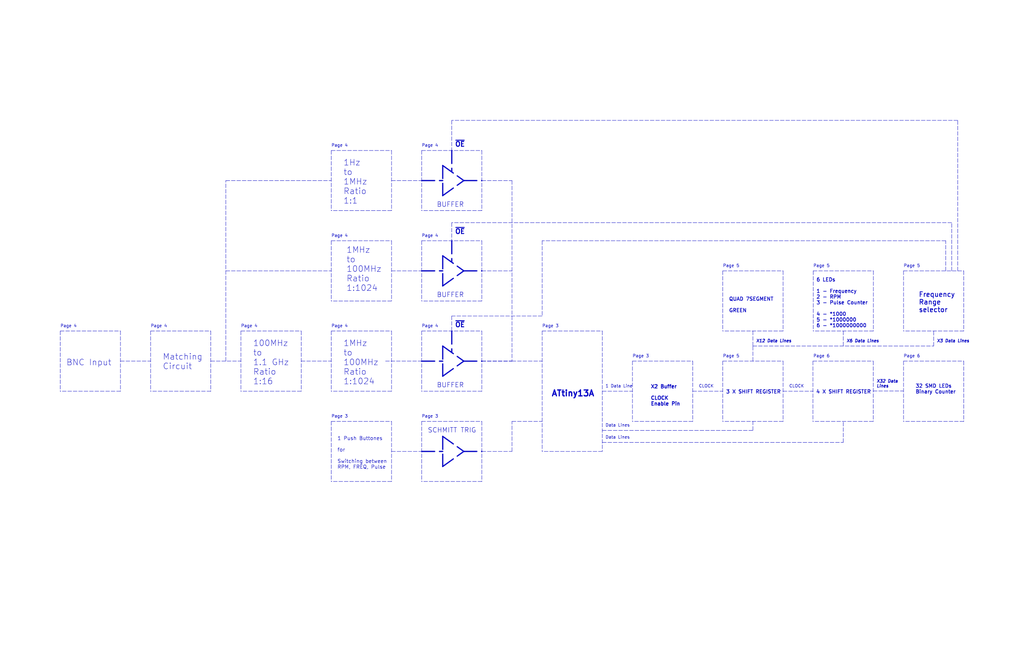
<source format=kicad_sch>
(kicad_sch (version 20211123) (generator eeschema)
  (paper "B")
  (lib_symbols)
  (polyline (pts (xy 186.69 107.95) (xy 195.58 114.3)) (stroke (width 0.5)))
  (polyline (pts (xy 88.9 139.7) (xy 88.9 165.1)))
  (polyline (pts (xy 203.2 177.8) (xy 203.2 203.2)))
  (polyline (pts (xy 190.5 93.98) (xy 190.5 101.6)))
  (polyline (pts (xy 139.7 139.7) (xy 165.1 139.7)))
  (polyline (pts (xy 215.9 152.4) (xy 228.6 152.4)))
  (polyline (pts (xy 177.8 139.7) (xy 177.8 165.1)))
  (polyline (pts (xy 381 114.3) (xy 381 139.7)))
  (polyline (pts (xy 162.56 152.4) (xy 177.8 152.4)))
  (polyline (pts (xy 165.1 101.6) (xy 165.1 127)))
  (polyline (pts (xy 401.32 114.3) (xy 401.32 93.98)))
  (polyline (pts (xy 304.8 152.4) (xy 304.8 177.8)))
  (polyline (pts (xy 139.7 177.8) (xy 139.7 203.2)))
  (polyline (pts (xy 139.7 101.6) (xy 165.1 101.6)))
  (polyline (pts (xy 355.6 186.69) (xy 355.6 177.8)))
  (polyline (pts (xy 186.69 69.85) (xy 195.58 76.2)) (stroke (width 0.5)))
  (polyline (pts (xy 139.7 63.5) (xy 165.1 63.5)))
  (polyline (pts (xy 63.5 139.7) (xy 88.9 139.7)))
  (polyline (pts (xy 317.5 152.4) (xy 317.5 146.05)))
  (polyline (pts (xy 165.1 177.8) (xy 165.1 203.2)))
  (polyline (pts (xy 186.69 196.85) (xy 195.58 190.5)) (stroke (width 0.5)))
  (polyline (pts (xy 304.8 114.3) (xy 330.2 114.3)))
  (polyline (pts (xy 186.69 184.15) (xy 186.69 196.85)) (stroke (width 0.5)))
  (polyline (pts (xy 177.8 63.5) (xy 177.8 88.9)))
  (polyline (pts (xy 215.9 76.2) (xy 215.9 152.4)))
  (polyline (pts (xy 292.1 177.8) (xy 266.7 177.8)))
  (polyline (pts (xy 186.69 107.95) (xy 186.69 120.65)) (stroke (width 0.5)))
  (polyline (pts (xy 165.1 88.9) (xy 139.7 88.9)))
  (polyline (pts (xy 203.2 152.4) (xy 215.9 152.4)))
  (polyline (pts (xy 177.8 177.8) (xy 177.8 203.2)))
  (polyline (pts (xy 330.2 114.3) (xy 330.2 139.7)))
  (polyline (pts (xy 195.58 190.5) (xy 203.2 190.5)) (stroke (width 0.5)))
  (polyline (pts (xy 368.207 165.0249) (xy 380.907 165.0249)))
  (polyline (pts (xy 165.1 190.5) (xy 177.8 190.5)))
  (polyline (pts (xy 95.25 152.4) (xy 95.25 76.2)))
  (polyline (pts (xy 190.5 133.35) (xy 190.5 139.7)))
  (polyline (pts (xy 381 114.3) (xy 406.4 114.3)))
  (polyline (pts (xy 165.1 203.2) (xy 139.7 203.2)))
  (polyline (pts (xy 304.8 152.4) (xy 330.2 152.4)))
  (polyline (pts (xy 215.9 177.8) (xy 228.6 177.8)))
  (polyline (pts (xy 292.1 165.1) (xy 304.8 165.1)))
  (polyline (pts (xy 190.5 101.6) (xy 190.5 110.49)) (stroke (width 0.5)))
  (polyline (pts (xy 195.58 76.2) (xy 203.2 76.2)) (stroke (width 0.5)))
  (polyline (pts (xy 398.78 114.3) (xy 398.78 101.6)))
  (polyline (pts (xy 25.4 139.7) (xy 25.4 165.1)))
  (polyline (pts (xy 203.2 114.3) (xy 215.9 114.3)))
  (polyline (pts (xy 254 165.1) (xy 266.7 165.1)))
  (polyline (pts (xy 266.7 152.4) (xy 266.7 177.8)))
  (polyline (pts (xy 165.1 139.7) (xy 165.1 165.1)))
  (polyline (pts (xy 292.1 152.4) (xy 292.1 177.8)))
  (polyline (pts (xy 203.2 203.2) (xy 177.8 203.2)))
  (polyline (pts (xy 177.8 76.2) (xy 186.69 76.2)) (stroke (width 0.5)))
  (polyline (pts (xy 330.2 139.7) (xy 304.8 139.7)))
  (polyline (pts (xy 203.2 76.2) (xy 215.9 76.2)))
  (polyline (pts (xy 304.8 114.3) (xy 304.8 139.7)))
  (polyline (pts (xy 165.1 63.5) (xy 165.1 88.9)))
  (polyline (pts (xy 139.7 101.6) (xy 139.7 127)))
  (polyline (pts (xy 177.8 101.6) (xy 177.8 127)))
  (polyline (pts (xy 177.8 63.5) (xy 203.2 63.5)))
  (polyline (pts (xy 95.25 114.3) (xy 139.7 114.3)))
  (polyline (pts (xy 401.32 93.98) (xy 190.5 93.98)))
  (polyline (pts (xy 330.2 165.1) (xy 342.9 165.1)))
  (polyline (pts (xy 127 139.7) (xy 127 165.1)))
  (polyline (pts (xy 50.8 139.7) (xy 50.8 165.1)))
  (polyline (pts (xy 127 152.4) (xy 139.7 152.4)))
  (polyline (pts (xy 195.58 152.4) (xy 203.2 152.4)) (stroke (width 0.5)))
  (polyline (pts (xy 203.2 190.5) (xy 215.9 190.5)))
  (polyline (pts (xy 368.207 177.8) (xy 342.807 177.8)))
  (polyline (pts (xy 50.8 165.1) (xy 25.4 165.1)))
  (polyline (pts (xy 177.8 114.3) (xy 186.69 114.3)) (stroke (width 0.5)))
  (polyline (pts (xy 50.8 152.4) (xy 63.5 152.4)))
  (polyline (pts (xy 406.4 139.7) (xy 381 139.7)))
  (polyline (pts (xy 95.25 76.2) (xy 139.7 76.2)))
  (polyline (pts (xy 406.4 152.4) (xy 406.4 177.8)))
  (polyline (pts (xy 177.8 152.4) (xy 186.69 152.4)) (stroke (width 0.5)))
  (polyline (pts (xy 190.5 50.8) (xy 190.5 63.5)))
  (polyline (pts (xy 63.5 139.7) (xy 63.5 165.1)))
  (polyline (pts (xy 88.9 165.1) (xy 63.5 165.1)))
  (polyline (pts (xy 203.2 127) (xy 177.8 127)))
  (polyline (pts (xy 195.58 114.3) (xy 203.2 114.3)) (stroke (width 0.5)))
  (polyline (pts (xy 203.2 139.7) (xy 203.2 165.1)))
  (polyline (pts (xy 228.6 101.6) (xy 228.6 133.35)))
  (polyline (pts (xy 203.2 101.6) (xy 203.2 127)))
  (polyline (pts (xy 317.5 146.05) (xy 393.7 146.05)))
  (polyline (pts (xy 177.8 101.6) (xy 203.2 101.6)))
  (polyline (pts (xy 254 190.5) (xy 228.6 190.5)))
  (polyline (pts (xy 266.7 152.4) (xy 292.1 152.4)))
  (polyline (pts (xy 330.2 152.4) (xy 330.2 177.8)))
  (polyline (pts (xy 342.9 114.3) (xy 368.3 114.3)))
  (polyline (pts (xy 381 152.4) (xy 406.4 152.4)))
  (polyline (pts (xy 403.86 114.3) (xy 403.86 50.8)))
  (polyline (pts (xy 203.2 88.9) (xy 177.8 88.9)))
  (polyline (pts (xy 165.1 127) (xy 139.7 127)))
  (polyline (pts (xy 25.4 139.7) (xy 50.8 139.7)))
  (polyline (pts (xy 186.69 158.75) (xy 195.58 152.4)) (stroke (width 0.5)))
  (polyline (pts (xy 228.6 139.7) (xy 254 139.7)))
  (polyline (pts (xy 203.2 152.4) (xy 215.9 152.4)))
  (polyline (pts (xy 101.6 139.7) (xy 127 139.7)))
  (polyline (pts (xy 406.4 114.3) (xy 406.4 139.7)))
  (polyline (pts (xy 368.3 139.7) (xy 342.9 139.7)))
  (polyline (pts (xy 139.7 177.8) (xy 165.1 177.8)))
  (polyline (pts (xy 139.7 139.7) (xy 139.7 165.1)))
  (polyline (pts (xy 186.69 146.05) (xy 186.69 158.75)) (stroke (width 0.5)))
  (polyline (pts (xy 177.8 139.7) (xy 203.2 139.7)))
  (polyline (pts (xy 139.7 63.5) (xy 139.7 88.9)))
  (polyline (pts (xy 381 152.4) (xy 381 177.8)))
  (polyline (pts (xy 317.5 139.7) (xy 317.5 146.05)))
  (polyline (pts (xy 330.2 177.8) (xy 304.8 177.8)))
  (polyline (pts (xy 342.807 152.4) (xy 342.807 177.8)))
  (polyline (pts (xy 317.5 181.61) (xy 317.5 177.8)))
  (polyline (pts (xy 406.4 177.8) (xy 381 177.8)))
  (polyline (pts (xy 254 181.61) (xy 317.5 181.61)))
  (polyline (pts (xy 203.2 165.1) (xy 177.8 165.1)))
  (polyline (pts (xy 186.69 82.55) (xy 195.58 76.2)) (stroke (width 0.5)))
  (polyline (pts (xy 186.69 120.65) (xy 195.58 114.3)) (stroke (width 0.5)))
  (polyline (pts (xy 228.6 139.7) (xy 228.6 190.5)))
  (polyline (pts (xy 127 165.1) (xy 101.6 165.1)))
  (polyline (pts (xy 393.7 146.05) (xy 393.7 139.7)))
  (polyline (pts (xy 203.2 63.5) (xy 203.2 88.9)))
  (polyline (pts (xy 177.8 177.8) (xy 203.2 177.8)))
  (polyline (pts (xy 190.5 63.5) (xy 190.5 72.39)) (stroke (width 0.5)))
  (polyline (pts (xy 342.9 114.3) (xy 342.9 139.7)))
  (polyline (pts (xy 355.6 139.7) (xy 355.6 146.05)))
  (polyline (pts (xy 186.69 184.15) (xy 195.58 190.5)) (stroke (width 0.5)))
  (polyline (pts (xy 101.6 139.7) (xy 101.6 165.1)))
  (polyline (pts (xy 254 139.7) (xy 254 190.5)))
  (polyline (pts (xy 186.69 69.85) (xy 186.69 82.55)) (stroke (width 0.5)))
  (polyline (pts (xy 342.807 152.4) (xy 368.207 152.4)))
  (polyline (pts (xy 190.5 139.7) (xy 190.5 148.59)) (stroke (width 0.5)))
  (polyline (pts (xy 165.1 114.3) (xy 177.8 114.3)))
  (polyline (pts (xy 186.69 146.05) (xy 195.58 152.4)) (stroke (width 0.5)))
  (polyline (pts (xy 228.6 133.35) (xy 190.5 133.35)))
  (polyline (pts (xy 368.207 152.4) (xy 368.207 177.8)))
  (polyline (pts (xy 88.9 152.4) (xy 101.6 152.4)))
  (polyline (pts (xy 254 186.69) (xy 355.6 186.69)))
  (polyline (pts (xy 165.1 165.1) (xy 139.7 165.1)))
  (polyline (pts (xy 215.9 190.5) (xy 215.9 177.8)))
  (polyline (pts (xy 398.78 101.6) (xy 228.6 101.6)))
  (polyline (pts (xy 403.86 50.8) (xy 190.5 50.8)))
  (polyline (pts (xy 368.3 114.3) (xy 368.3 139.7)))
  (polyline (pts (xy 165.1 76.2) (xy 177.8 76.2)))
  (polyline (pts (xy 177.8 190.5) (xy 186.69 190.5)) (stroke (width 0.5)))
  (text "QUAD 7SEGMENT\n\nGREEN\n" (at 307.34 132.08 0) (effects (font (size 1.5 1.5) (thickness 0.254) bold) (justify left bottom)))
  (text "Data Lines" (at 255.27 180.34 0) (effects (font (size 1.27 1.27)) (justify left bottom)))
  (text "Page 3" (at 177.8 176.53 0) (effects (font (size 1.27 1.27)) (justify left bottom)))
  (text "Frequency \nRange \nselector" (at 387.35 132.08 0) (effects (font (size 2 2) (thickness 0.3) bold) (justify left bottom)))
  (text "Page 5" (at 342.9 113.03 0) (effects (font (size 1.27 1.27)) (justify left bottom)))
  (text "X32 Data\nLines" (at 369.57 163.83 0) (effects (font (size 1.27 1.27) (thickness 0.254) bold italic) (justify left bottom)))
  (text "X12 Data Lines" (at 318.77 144.78 0) (effects (font (size 1.27 1.27) (thickness 0.254) bold italic) (justify left bottom)))
  (text "6 LEDs\n\n1 - Frequency\n2 - RPM\n3 - Pulse Counter\n\n4 - *1000\n5 - *1000000\n6 - *1000000000" (at 344.17 138.43 0) (effects (font (size 1.5 1.5) (thickness 0.254) bold) (justify left bottom)))
  (text "Page 5" (at 304.8 113.03 0) (effects (font (size 1.27 1.27)) (justify left bottom)))
  (text "Page 3" (at 266.7 151.13 0) (effects (font (size 1.27 1.27)) (justify left bottom)))
  (text "3 X SHIFT REGISTER" (at 306.07 166.37 0) (effects (font (size 1.5 1.5) (thickness 0.254) bold) (justify left bottom)))
  (text "1Hz\nto\n1MHz\nRatio\n1:1" (at 144.78 86.36 0) (effects (font (size 2.5 2.5)) (justify left bottom)))
  (text "X6 Data Lines" (at 356.87 144.78 0) (effects (font (size 1.27 1.27) (thickness 0.254) bold italic) (justify left bottom)))
  (text "Page 4" (at 139.7 138.43 0) (effects (font (size 1.27 1.27)) (justify left bottom)))
  (text "4 X SHIFT REGISTER" (at 344.077 166.37 0) (effects (font (size 1.5 1.5) (thickness 0.254) bold) (justify left bottom)))
  (text "32 SMD LEDs\nBinary Counter" (at 385.987 166.37 0) (effects (font (size 1.5 1.5) (thickness 0.254) bold) (justify left bottom)))
  (text "100MHz\nto\n1.1 GHz \nRatio\n1:16" (at 106.68 162.56 0) (effects (font (size 2.5 2.5)) (justify left bottom)))
  (text "Page 5" (at 381 113.03 0) (effects (font (size 1.27 1.27)) (justify left bottom)))
  (text "Page 3" (at 139.7 176.53 0) (effects (font (size 1.27 1.27)) (justify left bottom)))
  (text "X3 Data Lines" (at 394.97 144.78 0) (effects (font (size 1.27 1.27) (thickness 0.254) bold italic) (justify left bottom)))
  (text "BNC Input" (at 27.94 154.5932 0) (effects (font (size 2.5 2.5)) (justify left bottom)))
  (text "Page 4" (at 63.5 138.43 0) (effects (font (size 1.27 1.27)) (justify left bottom)))
  (text "BUFFER" (at 184.15 87.63 0) (effects (font (size 2 2)) (justify left bottom)))
  (text "Matching\nCircuit" (at 68.58 156.21 0) (effects (font (size 2.5 2.5)) (justify left bottom)))
  (text "Page 4" (at 177.8 138.43 0) (effects (font (size 1.27 1.27)) (justify left bottom)))
  (text "Page 4" (at 25.4 138.43 0) (effects (font (size 1.27 1.27)) (justify left bottom)))
  (text "Page 4" (at 139.7 100.33 0) (effects (font (size 1.27 1.27)) (justify left bottom)))
  (text "1MHz\nto\n100MHz\nRatio\n1:1024" (at 146.05 123.19 0) (effects (font (size 2.5 2.5)) (justify left bottom)))
  (text "Page 4" (at 101.6 138.43 0) (effects (font (size 1.27 1.27)) (justify left bottom)))
  (text "Page 4" (at 177.8 100.33 0) (effects (font (size 1.27 1.27)) (justify left bottom)))
  (text "~{OE}" (at 191.77 99.06 0) (effects (font (size 2 2) bold) (justify left bottom)))
  (text "SCHMITT TRIG\n" (at 180.34 182.88 0) (effects (font (size 2 2)) (justify left bottom)))
  (text "BUFFER" (at 184.15 163.83 0) (effects (font (size 2 2)) (justify left bottom)))
  (text "1 Data Line" (at 255.27 163.83 0) (effects (font (size 1.27 1.27)) (justify left bottom)))
  (text "Page 3" (at 228.6 138.43 0) (effects (font (size 1.27 1.27)) (justify left bottom)))
  (text "CLOCK" (at 294.64 163.83 0) (effects (font (size 1.27 1.27)) (justify left bottom)))
  (text "1MHz\nto\n100MHz\nRatio\n1:1024" (at 144.78 162.56 0) (effects (font (size 2.5 2.5)) (justify left bottom)))
  (text "1 Push Buttones\n\nfor\n\nSwitching between \nRPM, FREQ, Pulse" (at 142.24 198.12 0) (effects (font (size 1.5 1.5)) (justify left bottom)))
  (text "ATtiny13A" (at 232.41 167.64 0) (effects (font (size 2.5 2.5) bold) (justify left bottom)))
  (text "X2 Buffer\n\nCLOCK\nEnable Pin" (at 274.32 171.45 0) (effects (font (size 1.5 1.5) (thickness 0.3) bold) (justify left bottom)))
  (text "Page 5" (at 304.8 151.13 0) (effects (font (size 1.27 1.27)) (justify left bottom)))
  (text "Page 4" (at 139.7 62.23 0) (effects (font (size 1.27 1.27)) (justify left bottom)))
  (text "BUFFER" (at 184.15 125.73 0) (effects (font (size 2 2)) (justify left bottom)))
  (text "~{OE}" (at 191.77 138.43 0) (effects (font (size 2 2) bold) (justify left bottom)))
  (text "Page 4" (at 177.8 62.23 0) (effects (font (size 1.27 1.27)) (justify left bottom)))
  (text "Page 6" (at 381 151.13 0) (effects (font (size 1.27 1.27)) (justify left bottom)))
  (text "Page 6" (at 342.9 151.13 0) (effects (font (size 1.27 1.27)) (justify left bottom)))
  (text "CLOCK" (at 332.74 163.83 0) (effects (font (size 1.27 1.27)) (justify left bottom)))
  (text "~{OE}" (at 191.77 62.23 0) (effects (font (size 2 2) bold) (justify left bottom)))
  (text "Data Lines" (at 255.27 185.42 0) (effects (font (size 1.27 1.27)) (justify left bottom)))
)
</source>
